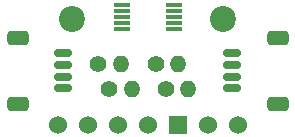
<source format=gts>
%TF.GenerationSoftware,KiCad,Pcbnew,7.0.1-3b83917a11~172~ubuntu20.04.1*%
%TF.CreationDate,2023-03-16T21:36:44-04:00*%
%TF.ProjectId,I2C-ToF-Companion,4932432d-546f-4462-9d43-6f6d70616e69,rev?*%
%TF.SameCoordinates,Original*%
%TF.FileFunction,Soldermask,Top*%
%TF.FilePolarity,Negative*%
%FSLAX46Y46*%
G04 Gerber Fmt 4.6, Leading zero omitted, Abs format (unit mm)*
G04 Created by KiCad (PCBNEW 7.0.1-3b83917a11~172~ubuntu20.04.1) date 2023-03-16 21:36:44*
%MOMM*%
%LPD*%
G01*
G04 APERTURE LIST*
G04 Aperture macros list*
%AMRoundRect*
0 Rectangle with rounded corners*
0 $1 Rounding radius*
0 $2 $3 $4 $5 $6 $7 $8 $9 X,Y pos of 4 corners*
0 Add a 4 corners polygon primitive as box body*
4,1,4,$2,$3,$4,$5,$6,$7,$8,$9,$2,$3,0*
0 Add four circle primitives for the rounded corners*
1,1,$1+$1,$2,$3*
1,1,$1+$1,$4,$5*
1,1,$1+$1,$6,$7*
1,1,$1+$1,$8,$9*
0 Add four rect primitives between the rounded corners*
20,1,$1+$1,$2,$3,$4,$5,0*
20,1,$1+$1,$4,$5,$6,$7,0*
20,1,$1+$1,$6,$7,$8,$9,0*
20,1,$1+$1,$8,$9,$2,$3,0*%
G04 Aperture macros list end*
%ADD10C,2.200000*%
%ADD11R,1.425000X0.300000*%
%ADD12C,1.400000*%
%ADD13O,1.400000X1.400000*%
%ADD14C,1.524000*%
%ADD15R,1.524000X1.524000*%
%ADD16RoundRect,0.150000X-0.625000X0.150000X-0.625000X-0.150000X0.625000X-0.150000X0.625000X0.150000X0*%
%ADD17RoundRect,0.250000X-0.650000X0.350000X-0.650000X-0.350000X0.650000X-0.350000X0.650000X0.350000X0*%
%ADD18RoundRect,0.150000X0.625000X-0.150000X0.625000X0.150000X-0.625000X0.150000X-0.625000X-0.150000X0*%
%ADD19RoundRect,0.250000X0.650000X-0.350000X0.650000X0.350000X-0.650000X0.350000X-0.650000X-0.350000X0*%
G04 APERTURE END LIST*
D10*
X154990800Y-71069200D03*
D11*
X146378000Y-69866000D03*
X146378000Y-70366000D03*
X146378000Y-70866000D03*
X146378000Y-71366000D03*
X146378000Y-71866000D03*
X150802000Y-71866000D03*
X150802000Y-71366000D03*
X150802000Y-70866000D03*
X150802000Y-70366000D03*
X150802000Y-69866000D03*
D12*
X145343800Y-77012800D03*
D13*
X147243800Y-77012800D03*
D14*
X156210000Y-80010000D03*
X153670000Y-80010000D03*
D15*
X151130000Y-80010000D03*
D14*
X148590000Y-80010000D03*
X146050000Y-80010000D03*
X143510000Y-80010000D03*
X140970000Y-80010000D03*
D12*
X144412800Y-74904600D03*
D13*
X146312800Y-74904600D03*
D12*
X149285200Y-74904600D03*
D13*
X151185200Y-74904600D03*
D16*
X141446000Y-73930000D03*
X141446000Y-74930000D03*
X141446000Y-75930000D03*
X141446000Y-76930000D03*
D17*
X137571000Y-72630000D03*
X137571000Y-78230000D03*
D10*
X142189200Y-71069200D03*
D18*
X155702000Y-76938000D03*
X155702000Y-75938000D03*
X155702000Y-74938000D03*
X155702000Y-73938000D03*
D19*
X159577000Y-78238000D03*
X159577000Y-72638000D03*
D12*
X150114600Y-77012800D03*
D13*
X152014600Y-77012800D03*
M02*

</source>
